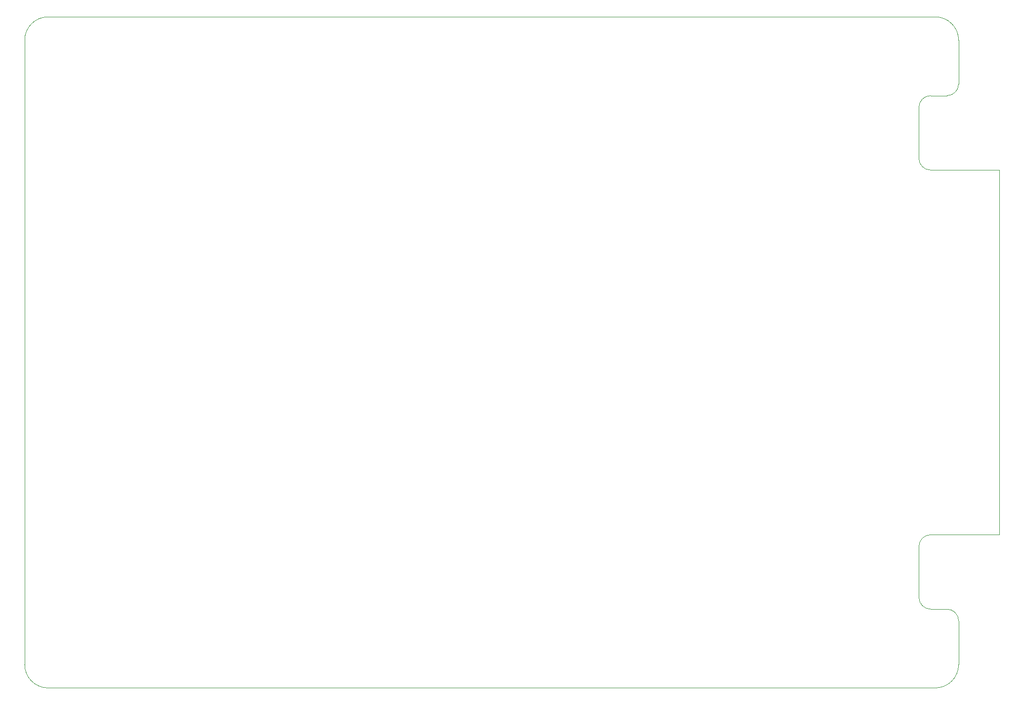
<source format=gm1>
%TF.GenerationSoftware,KiCad,Pcbnew,(7.0.0)*%
%TF.CreationDate,2023-03-17T13:53:50-07:00*%
%TF.ProjectId,aquarius-plus,61717561-7269-4757-932d-706c75732e6b,rev?*%
%TF.SameCoordinates,Original*%
%TF.FileFunction,Profile,NP*%
%FSLAX46Y46*%
G04 Gerber Fmt 4.6, Leading zero omitted, Abs format (unit mm)*
G04 Created by KiCad (PCBNEW (7.0.0)) date 2023-03-17 13:53:50*
%MOMM*%
%LPD*%
G01*
G04 APERTURE LIST*
%TA.AperFunction,Profile*%
%ADD10C,0.100000*%
%TD*%
G04 APERTURE END LIST*
D10*
X69000000Y-150000000D02*
X221000000Y-150000000D01*
X220200000Y-61250000D02*
X232000000Y-61250000D01*
X218200000Y-134500000D02*
G75*
G03*
X220200000Y-136500000I2000000J0D01*
G01*
X69000000Y-35000000D02*
G75*
G03*
X65000000Y-39000000I0J-4000000D01*
G01*
X232000000Y-123750000D02*
X220200000Y-123750000D01*
X65000000Y-146000000D02*
G75*
G03*
X69000000Y-150000000I4000000J0D01*
G01*
X225000000Y-138500000D02*
G75*
G03*
X223000000Y-136500000I-2000000J0D01*
G01*
X218200000Y-50500000D02*
X218200000Y-59250000D01*
X69000000Y-35000000D02*
X221000000Y-35000000D01*
X223000000Y-48500000D02*
G75*
G03*
X225000000Y-46500000I0J2000000D01*
G01*
X225000000Y-138500000D02*
X225000000Y-146000000D01*
X225000000Y-39000000D02*
G75*
G03*
X221000000Y-35000000I-4000000J0D01*
G01*
X220200000Y-136500000D02*
X223000000Y-136500000D01*
X65000000Y-39000000D02*
X65000000Y-146000000D01*
X220200000Y-123750000D02*
G75*
G03*
X218200000Y-125750000I0J-2000000D01*
G01*
X221000000Y-150000000D02*
G75*
G03*
X225000000Y-146000000I0J4000000D01*
G01*
X218200000Y-59250000D02*
G75*
G03*
X220200000Y-61250000I2000000J0D01*
G01*
X220200000Y-48500000D02*
G75*
G03*
X218200000Y-50500000I0J-2000000D01*
G01*
X218200000Y-125750000D02*
X218200000Y-134500000D01*
X225000000Y-39000000D02*
X225000000Y-46500000D01*
X232000000Y-61250000D02*
X232000000Y-123750000D01*
X223000000Y-48500000D02*
X220200000Y-48500000D01*
M02*

</source>
